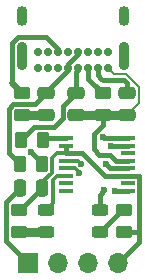
<source format=gtl>
%TF.GenerationSoftware,KiCad,Pcbnew,9.0.0*%
%TF.CreationDate,2025-03-10T23:10:40+09:00*%
%TF.ProjectId,typec-serial,74797065-632d-4736-9572-69616c2e6b69,rev?*%
%TF.SameCoordinates,Original*%
%TF.FileFunction,Copper,L1,Top*%
%TF.FilePolarity,Positive*%
%FSLAX46Y46*%
G04 Gerber Fmt 4.6, Leading zero omitted, Abs format (unit mm)*
G04 Created by KiCad (PCBNEW 9.0.0) date 2025-03-10 23:10:40*
%MOMM*%
%LPD*%
G01*
G04 APERTURE LIST*
G04 Aperture macros list*
%AMRoundRect*
0 Rectangle with rounded corners*
0 $1 Rounding radius*
0 $2 $3 $4 $5 $6 $7 $8 $9 X,Y pos of 4 corners*
0 Add a 4 corners polygon primitive as box body*
4,1,4,$2,$3,$4,$5,$6,$7,$8,$9,$2,$3,0*
0 Add four circle primitives for the rounded corners*
1,1,$1+$1,$2,$3*
1,1,$1+$1,$4,$5*
1,1,$1+$1,$6,$7*
1,1,$1+$1,$8,$9*
0 Add four rect primitives between the rounded corners*
20,1,$1+$1,$2,$3,$4,$5,0*
20,1,$1+$1,$4,$5,$6,$7,0*
20,1,$1+$1,$6,$7,$8,$9,0*
20,1,$1+$1,$8,$9,$2,$3,0*%
G04 Aperture macros list end*
%TA.AperFunction,SMDPad,CuDef*%
%ADD10RoundRect,0.243750X-0.456250X0.243750X-0.456250X-0.243750X0.456250X-0.243750X0.456250X0.243750X0*%
%TD*%
%TA.AperFunction,SMDPad,CuDef*%
%ADD11R,1.200000X0.400000*%
%TD*%
%TA.AperFunction,SMDPad,CuDef*%
%ADD12RoundRect,0.250000X-0.450000X0.262500X-0.450000X-0.262500X0.450000X-0.262500X0.450000X0.262500X0*%
%TD*%
%TA.AperFunction,SMDPad,CuDef*%
%ADD13RoundRect,0.250000X-0.475000X0.250000X-0.475000X-0.250000X0.475000X-0.250000X0.475000X0.250000X0*%
%TD*%
%TA.AperFunction,ComponentPad*%
%ADD14C,0.700000*%
%TD*%
%TA.AperFunction,ComponentPad*%
%ADD15O,0.900000X2.400000*%
%TD*%
%TA.AperFunction,ComponentPad*%
%ADD16O,0.900000X1.700000*%
%TD*%
%TA.AperFunction,ComponentPad*%
%ADD17R,1.700000X1.700000*%
%TD*%
%TA.AperFunction,ComponentPad*%
%ADD18O,1.700000X1.700000*%
%TD*%
%TA.AperFunction,SMDPad,CuDef*%
%ADD19RoundRect,0.250000X-0.262500X-0.450000X0.262500X-0.450000X0.262500X0.450000X-0.262500X0.450000X0*%
%TD*%
%TA.AperFunction,SMDPad,CuDef*%
%ADD20RoundRect,0.250000X0.475000X-0.250000X0.475000X0.250000X-0.475000X0.250000X-0.475000X-0.250000X0*%
%TD*%
%TA.AperFunction,SMDPad,CuDef*%
%ADD21RoundRect,0.250000X-0.250000X-0.475000X0.250000X-0.475000X0.250000X0.475000X-0.250000X0.475000X0*%
%TD*%
%TA.AperFunction,ViaPad*%
%ADD22C,0.600000*%
%TD*%
%TA.AperFunction,Conductor*%
%ADD23C,0.800000*%
%TD*%
%TA.AperFunction,Conductor*%
%ADD24C,0.400000*%
%TD*%
%TA.AperFunction,Conductor*%
%ADD25C,0.500000*%
%TD*%
%TA.AperFunction,Conductor*%
%ADD26C,0.300000*%
%TD*%
%TA.AperFunction,Conductor*%
%ADD27C,0.200000*%
%TD*%
%TA.AperFunction,Conductor*%
%ADD28C,0.600000*%
%TD*%
G04 APERTURE END LIST*
D10*
%TO.P,TX,2,A*%
%TO.N,Net-(D2-A)*%
X165354000Y-87043500D03*
%TO.P,TX,1,K*%
%TO.N,Net-(D2-K)*%
X165354000Y-85168500D03*
%TD*%
D11*
%TO.P,U1,1,TXD*%
%TO.N,Net-(J2-Pin_3)*%
X167700000Y-83502500D03*
%TO.P,U1,2,~{RTS}*%
%TO.N,unconnected-(U1-~{RTS}-Pad2)*%
X167700000Y-82867500D03*
%TO.P,U1,3,VCCIO*%
%TO.N,Net-(J2-Pin_4)*%
X167700000Y-82232500D03*
%TO.P,U1,4,RXD*%
%TO.N,Net-(J2-Pin_2)*%
X167700000Y-81597500D03*
%TO.P,U1,5,GND*%
%TO.N,GND*%
X167700000Y-80962500D03*
%TO.P,U1,6,~{CTS}*%
%TO.N,unconnected-(U1-~{CTS}-Pad6)*%
X167700000Y-80327500D03*
%TO.P,U1,7,CBUS2*%
%TO.N,Net-(D2-K)*%
X167700000Y-79692500D03*
%TO.P,U1,8,USBDP*%
%TO.N,Net-(U1-USBDP)*%
X167700000Y-79057500D03*
%TO.P,U1,9,USBDM*%
%TO.N,Net-(U1-USBDM)*%
X162500000Y-79057500D03*
%TO.P,U1,10,3V3OUT*%
%TO.N,Net-(J2-Pin_4)*%
X162500000Y-79692500D03*
%TO.P,U1,11,~{RESET}*%
X162500000Y-80327500D03*
%TO.P,U1,12,VCC*%
%TO.N,Net-(J1-VBUS)*%
X162500000Y-80962500D03*
%TO.P,U1,13,GND*%
%TO.N,GND*%
X162500000Y-81597500D03*
%TO.P,U1,14,CBUS1*%
%TO.N,Net-(D1-K)*%
X162500000Y-82232500D03*
%TO.P,U1,15,CBUS0*%
%TO.N,unconnected-(U1-CBUS0-Pad15)*%
X162500000Y-82867500D03*
%TO.P,U1,16,CBUS3*%
%TO.N,unconnected-(U1-CBUS3-Pad16)*%
X162500000Y-83502500D03*
%TD*%
D12*
%TO.P,R6,1*%
%TO.N,Net-(D2-A)*%
X167386000Y-85193500D03*
%TO.P,R6,2*%
%TO.N,Net-(J2-Pin_4)*%
X167386000Y-87018500D03*
%TD*%
D13*
%TO.P,C3,1*%
%TO.N,Net-(J1-DP1)*%
X163322000Y-75250000D03*
%TO.P,C3,2*%
%TO.N,GND*%
X163322000Y-77150000D03*
%TD*%
D14*
%TO.P,J1,A1,GND*%
%TO.N,GND*%
X166043000Y-73113000D03*
%TO.P,J1,A4,VBUS*%
%TO.N,Net-(J1-VBUS)*%
X165193000Y-73113000D03*
%TO.P,J1,A5,CC1*%
%TO.N,Net-(J1-CC1)*%
X164343000Y-73113000D03*
%TO.P,J1,A6,DP1*%
%TO.N,Net-(J1-DP1)*%
X163493000Y-73113000D03*
%TO.P,J1,A7,DN1*%
%TO.N,Net-(J1-DN1)*%
X162643000Y-73113000D03*
%TO.P,J1,A8,SBU1*%
%TO.N,unconnected-(J1-SBU1-PadA8)*%
X161793000Y-73113000D03*
%TO.P,J1,A9,VBUS__1*%
%TO.N,Net-(J1-VBUS)*%
X160943000Y-73113000D03*
%TO.P,J1,A12,GND__1*%
%TO.N,GND*%
X160093000Y-73113000D03*
%TO.P,J1,B1,GND__2*%
X160093000Y-71763000D03*
%TO.P,J1,B4,VBUS__2*%
%TO.N,Net-(J1-VBUS)*%
X160943000Y-71763000D03*
%TO.P,J1,B5,CC2*%
%TO.N,Net-(J1-CC2)*%
X161793000Y-71763000D03*
%TO.P,J1,B6,DP2*%
%TO.N,Net-(J1-DP1)*%
X162643000Y-71763000D03*
%TO.P,J1,B7,DN2*%
%TO.N,Net-(J1-DN1)*%
X163493000Y-71763000D03*
%TO.P,J1,B8,SBU2*%
%TO.N,unconnected-(J1-SBU2-PadB8)*%
X164343000Y-71763000D03*
%TO.P,J1,B9,VBUS__3*%
%TO.N,Net-(J1-VBUS)*%
X165193000Y-71763000D03*
%TO.P,J1,B12,GND__3*%
%TO.N,GND*%
X166043000Y-71763000D03*
D15*
%TO.P,J1,S1,SHELL*%
%TO.N,unconnected-(J1-SHELL-PadS1)_1*%
X167393000Y-72133000D03*
D16*
%TO.N,unconnected-(J1-SHELL-PadS1)_2*%
X167393000Y-68753000D03*
D15*
%TO.N,unconnected-(J1-SHELL-PadS1)*%
X158743000Y-72133000D03*
D16*
%TO.N,unconnected-(J1-SHELL-PadS1)_3*%
X158743000Y-68753000D03*
%TD*%
D12*
%TO.P,R1,1*%
%TO.N,Net-(J1-CC2)*%
X158750000Y-75287500D03*
%TO.P,R1,2*%
%TO.N,GND*%
X158750000Y-77112500D03*
%TD*%
D17*
%TO.P,GND,1,Pin_1*%
%TO.N,GND*%
X159258000Y-89662000D03*
D18*
%TO.P,GND,2,Pin_2*%
%TO.N,Net-(J2-Pin_2)*%
X161798000Y-89662000D03*
%TO.P,GND,3,Pin_3*%
%TO.N,Net-(J2-Pin_3)*%
X164338000Y-89662000D03*
%TO.P,GND,4,Pin_4*%
%TO.N,Net-(J2-Pin_4)*%
X166878000Y-89662000D03*
%TD*%
D19*
%TO.P,R3,1*%
%TO.N,Net-(J1-DP1)*%
X158703000Y-79248000D03*
%TO.P,R3,2*%
%TO.N,Net-(U1-USBDM)*%
X160528000Y-79248000D03*
%TD*%
D20*
%TO.P,C1,1*%
%TO.N,GND*%
X167640000Y-77150000D03*
%TO.P,C1,2*%
%TO.N,Net-(J1-VBUS)*%
X167640000Y-75250000D03*
%TD*%
D13*
%TO.P,C4,1*%
%TO.N,Net-(J1-DN1)*%
X160782000Y-75250000D03*
%TO.P,C4,2*%
%TO.N,GND*%
X160782000Y-77150000D03*
%TD*%
D12*
%TO.P,R5,1*%
%TO.N,Net-(J2-Pin_4)*%
X158496000Y-85193500D03*
%TO.P,R5,2*%
%TO.N,Net-(D1-A)*%
X158496000Y-87018500D03*
%TD*%
D19*
%TO.P,R4,1*%
%TO.N,Net-(J1-DN1)*%
X158599500Y-81280000D03*
%TO.P,R4,2*%
%TO.N,Net-(U1-USBDP)*%
X160424500Y-81280000D03*
%TD*%
D12*
%TO.P,R2,1*%
%TO.N,Net-(J1-CC1)*%
X165608000Y-75287500D03*
%TO.P,R2,2*%
%TO.N,GND*%
X165608000Y-77112500D03*
%TD*%
D21*
%TO.P,C2,1*%
%TO.N,GND*%
X158562000Y-83312000D03*
%TO.P,C2,2*%
%TO.N,Net-(J2-Pin_4)*%
X160462000Y-83312000D03*
%TD*%
D10*
%TO.P,RX,1,K*%
%TO.N,Net-(D1-K)*%
X160782000Y-85168500D03*
%TO.P,RX,2,A*%
%TO.N,Net-(D1-A)*%
X160782000Y-87043500D03*
%TD*%
D22*
%TO.N,GND*%
X159766000Y-77150000D03*
X159766000Y-77150000D03*
X163600002Y-82042000D03*
%TO.N,Net-(U1-USBDP)*%
X165608000Y-78994000D03*
X159512000Y-80264000D03*
%TO.N,Net-(J2-Pin_2)*%
X165862000Y-81280000D03*
%TO.N,Net-(J2-Pin_3)*%
X166624000Y-83566000D03*
%TO.N,Net-(D2-K)*%
X165729023Y-83471026D03*
X166308000Y-79756000D03*
%TO.N,Net-(J1-VBUS)*%
X163787442Y-81236028D03*
%TD*%
D23*
%TO.N,Net-(D1-A)*%
X158521000Y-87043500D02*
X158496000Y-87018500D01*
X160782000Y-87043500D02*
X158521000Y-87043500D01*
D24*
%TO.N,Net-(J2-Pin_4)*%
X167386000Y-87018500D02*
X168550500Y-87018500D01*
D23*
%TO.N,GND*%
X158750000Y-77150000D02*
X158750000Y-77112500D01*
X160782000Y-77150000D02*
X158750000Y-77150000D01*
X163322000Y-77150000D02*
X167640000Y-77150000D01*
D25*
%TO.N,Net-(J1-CC2)*%
X158750000Y-75287500D02*
X157892000Y-74429500D01*
D24*
%TO.N,Net-(J1-CC1)*%
X164343000Y-74022500D02*
X164343000Y-73113000D01*
X165608000Y-75287500D02*
X164343000Y-74022500D01*
D26*
%TO.N,Net-(J1-DN1)*%
X163493000Y-71975076D02*
X163493000Y-71763000D01*
X162643000Y-73113000D02*
X162643000Y-72825076D01*
D24*
X162643000Y-72825075D02*
X163493000Y-71975075D01*
X163493000Y-71975075D02*
X163493000Y-71763000D01*
X162643000Y-73323000D02*
X162643000Y-72825075D01*
X162433000Y-73533000D02*
X162643000Y-73323000D01*
X162643000Y-73323000D02*
X162643000Y-73113000D01*
X161798000Y-74168000D02*
X162433000Y-73533000D01*
X161798000Y-74168000D02*
X162179000Y-73787000D01*
X160782000Y-75184000D02*
X161798000Y-74168000D01*
X160782000Y-75250000D02*
X160782000Y-75184000D01*
%TO.N,Net-(J1-DP1)*%
X163493000Y-73325075D02*
X163493000Y-73113000D01*
X163322000Y-73496075D02*
X163493000Y-73325075D01*
X163322000Y-73496075D02*
X163322000Y-75250000D01*
D26*
%TO.N,Net-(J1-VBUS)*%
X163513914Y-80962500D02*
X163787442Y-81236028D01*
X162500000Y-80962500D02*
X163513914Y-80962500D01*
%TO.N,GND*%
X163228260Y-81597500D02*
X163600002Y-81969242D01*
X162500000Y-81597500D02*
X163228260Y-81597500D01*
X163600002Y-81969242D02*
X163600002Y-82042000D01*
%TO.N,Net-(D1-K)*%
X161361195Y-84589305D02*
X160782000Y-85168500D01*
X161361195Y-82621195D02*
X161361195Y-84589305D01*
X161749891Y-82232500D02*
X161361195Y-82621195D01*
X162500000Y-82232500D02*
X161749891Y-82232500D01*
%TO.N,Net-(J2-Pin_4)*%
X160462000Y-82811870D02*
X160462000Y-83312000D01*
X161288000Y-81985870D02*
X160462000Y-82811870D01*
X161290000Y-81788000D02*
X161288000Y-81790000D01*
X161290000Y-80772000D02*
X161290000Y-81788000D01*
X161734500Y-80327500D02*
X161290000Y-80772000D01*
X162500000Y-80327500D02*
X161734500Y-80327500D01*
X161288000Y-81790000D02*
X161288000Y-81985870D01*
D24*
X160462000Y-83312000D02*
X160462000Y-82870000D01*
%TO.N,Net-(D2-K)*%
X166371500Y-79692500D02*
X166308000Y-79756000D01*
X167700000Y-79692500D02*
X166371500Y-79692500D01*
%TO.N,Net-(U1-USBDP)*%
X165669000Y-79055000D02*
X166370000Y-79055000D01*
X165608000Y-78994000D02*
X165669000Y-79055000D01*
X166372500Y-79057500D02*
X166370000Y-79055000D01*
X167700000Y-79057500D02*
X166372500Y-79057500D01*
%TO.N,GND*%
X167700000Y-80962500D02*
X166700000Y-80962500D01*
X166700000Y-80962500D02*
X166194500Y-80457000D01*
D27*
X168666000Y-76124000D02*
X167640000Y-77150000D01*
D24*
X166194500Y-80457000D02*
X165293000Y-80457000D01*
X165293000Y-80457000D02*
X164846000Y-80010000D01*
X164846000Y-78678000D02*
X165608000Y-77916000D01*
D27*
X168666000Y-74739479D02*
X168666000Y-76124000D01*
X166590000Y-73660000D02*
X167586520Y-73660000D01*
D24*
X165608000Y-77916000D02*
X165608000Y-77112500D01*
X157395000Y-84479000D02*
X157395000Y-87799000D01*
X158562000Y-83312000D02*
X157395000Y-84479000D01*
X157395000Y-87799000D02*
X159258000Y-89662000D01*
D27*
X166043000Y-73113000D02*
X166590000Y-73660000D01*
D28*
X160782000Y-77150000D02*
X160782000Y-76942913D01*
D24*
X164846000Y-80010000D02*
X164846000Y-78678000D01*
D27*
X167586520Y-73660000D02*
X168666000Y-74739479D01*
D24*
%TO.N,Net-(J1-CC2)*%
X157892000Y-74429500D02*
X157892000Y-71030504D01*
X160774075Y-70532000D02*
X161793000Y-71550925D01*
X157892000Y-71030504D02*
X158390504Y-70532000D01*
X161793000Y-71550925D02*
X161793000Y-71763000D01*
X158390504Y-70532000D02*
X160774075Y-70532000D01*
D26*
%TO.N,Net-(J1-CC1)*%
X164343000Y-72971636D02*
X164343000Y-73113000D01*
D24*
%TO.N,Net-(U1-USBDP)*%
X160424500Y-81280000D02*
X160424500Y-81176500D01*
X160424500Y-81176500D02*
X159512000Y-80264000D01*
%TO.N,Net-(J1-DP1)*%
X163322000Y-75250000D02*
X162196000Y-76376000D01*
X159804000Y-78147000D02*
X158703000Y-79248000D01*
X162196000Y-77388580D02*
X161437580Y-78147000D01*
X161437580Y-78147000D02*
X159804000Y-78147000D01*
X162196000Y-76376000D02*
X162196000Y-77388580D01*
%TO.N,Net-(U1-USBDM)*%
X160718500Y-79057500D02*
X160528000Y-79248000D01*
X162500000Y-79057500D02*
X160718500Y-79057500D01*
%TO.N,Net-(J2-Pin_2)*%
X166179500Y-81597500D02*
X165862000Y-81280000D01*
X167700000Y-81597500D02*
X166179500Y-81597500D01*
%TO.N,Net-(J2-Pin_3)*%
X167700000Y-83502500D02*
X166687500Y-83502500D01*
X166687500Y-83502500D02*
X166624000Y-83566000D01*
%TO.N,Net-(D2-A)*%
X167386000Y-85193500D02*
X167204000Y-85193500D01*
X167204000Y-85193500D02*
X165354000Y-87043500D01*
%TO.N,Net-(D2-K)*%
X165354000Y-85168500D02*
X165354000Y-83846049D01*
X165354000Y-83846049D02*
X165729023Y-83471026D01*
%TO.N,Net-(J1-VBUS)*%
X165608000Y-74168000D02*
X167386000Y-74168000D01*
X165193000Y-73753000D02*
X165193000Y-73113000D01*
X167640000Y-74422000D02*
X167640000Y-75250000D01*
X165481000Y-74041000D02*
X165608000Y-74168000D01*
X167386000Y-74168000D02*
X167640000Y-74422000D01*
X165481000Y-74041000D02*
X165193000Y-73753000D01*
%TO.N,Net-(J2-Pin_4)*%
X158496000Y-85193500D02*
X158580500Y-85193500D01*
X168700000Y-82232500D02*
X168701000Y-82233500D01*
X165773864Y-82232500D02*
X163868864Y-80327500D01*
X167700000Y-82232500D02*
X168700000Y-82232500D01*
X163868864Y-80327500D02*
X162500000Y-80327500D01*
X158580500Y-85193500D02*
X160462000Y-83312000D01*
X162500000Y-80327500D02*
X162500000Y-79692500D01*
X168701000Y-82233500D02*
X168701000Y-86868000D01*
X168701000Y-86868000D02*
X168701000Y-87839000D01*
X168701000Y-87839000D02*
X166878000Y-89662000D01*
X167700000Y-82232500D02*
X165773864Y-82232500D01*
%TO.N,Net-(J1-DN1)*%
X158022420Y-76200000D02*
X159832000Y-76200000D01*
X158599500Y-81280000D02*
X157649000Y-80329500D01*
X157649000Y-76573420D02*
X158022420Y-76200000D01*
X157649000Y-80329500D02*
X157649000Y-76573420D01*
X159832000Y-76200000D02*
X160782000Y-75250000D01*
%TD*%
M02*

</source>
